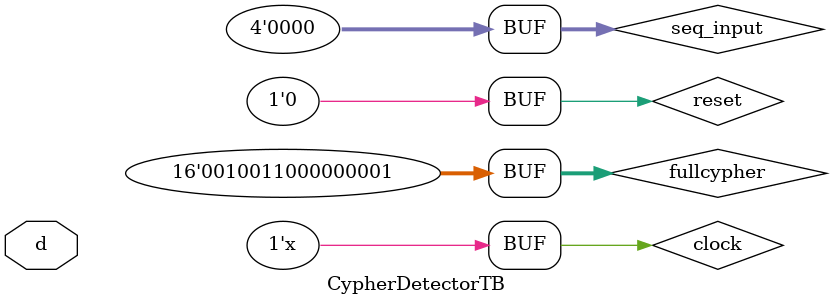
<source format=v>
module CypherDetectorTB(input d);


	reg [15:0] fullcypher;
	reg [3:0] seq_input;
	reg clock = 1'b0, reset;
	wire [9:0] sum;

	CypherDetector cd0(
		.fullcypher(fullcypher), 
		.seq_input(seq_input),
		.clock(clock), 
		.reset(reset),
		.sum(sum));
		
	always 
	begin
		#1
		clock = ~clock;
	end
	

	initial 
	begin
		reset = 1'b1;
		fullcypher = 16'b0010011000000001;
		seq_input = 4'b0000;
		
		#2
		reset = 1'b0;
		
		#10
		seq_input = 4'b0001;
		
		#10
		seq_input = 4'b0011;
		
		#10
		seq_input = 4'b0000;
		
		#10
		seq_input = 4'b0011;
		
		#10
		seq_input = 4'b0100;
		
		#10
		seq_input = 4'b0001;
		
		#10
		seq_input = 4'b0000;
		
		#10
		seq_input = 4'b0010;
		
		#10
		seq_input = 4'b0001;
		
		#10
		seq_input = 4'b0001;
		
		#10
		seq_input = 4'b0000;
		
		#10
		seq_input = 4'b0110;
		
		#10
		seq_input = 4'b0010;
		
		#10
		seq_input = 4'b0010;
		
		#10
		seq_input = 4'b0110;
		
		#10
		seq_input = 4'b0000;
		
	end 

endmodule
</source>
